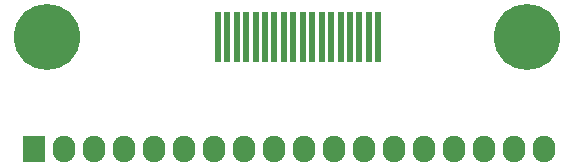
<source format=gbr>
G04 #@! TF.FileFunction,Soldermask,Top*
%FSLAX46Y46*%
G04 Gerber Fmt 4.6, Leading zero omitted, Abs format (unit mm)*
G04 Created by KiCad (PCBNEW 4.0.2-stable) date 12/13/2016 12:23:09 PM*
%MOMM*%
G01*
G04 APERTURE LIST*
%ADD10C,0.100000*%
%ADD11R,1.927200X2.232000*%
%ADD12O,1.927200X2.232000*%
%ADD13R,0.600000X4.200000*%
%ADD14C,5.600000*%
G04 APERTURE END LIST*
D10*
D11*
X148501100Y-105003600D03*
D12*
X151041100Y-105003600D03*
X153581100Y-105003600D03*
X156121100Y-105003600D03*
X158661100Y-105003600D03*
X161201100Y-105003600D03*
X163741100Y-105003600D03*
X166281100Y-105003600D03*
X168821100Y-105003600D03*
X171361100Y-105003600D03*
X173901100Y-105003600D03*
X176441100Y-105003600D03*
X178981100Y-105003600D03*
X181521100Y-105003600D03*
X184061100Y-105003600D03*
X186601100Y-105003600D03*
X189141100Y-105003600D03*
X191681100Y-105003600D03*
D13*
X164084000Y-95504000D03*
X164884000Y-95504000D03*
X165684000Y-95504000D03*
X166484000Y-95504000D03*
X167284000Y-95504000D03*
X168084000Y-95504000D03*
X168884000Y-95504000D03*
X169684000Y-95504000D03*
X170484000Y-95504000D03*
X171284000Y-95504000D03*
X172084000Y-95504000D03*
X172884000Y-95504000D03*
X173684000Y-95504000D03*
X174484000Y-95504000D03*
X175284000Y-95504000D03*
X176084000Y-95504000D03*
X176884000Y-95504000D03*
X177684000Y-95504000D03*
D14*
X149606000Y-95504000D03*
X190246000Y-95504000D03*
M02*

</source>
